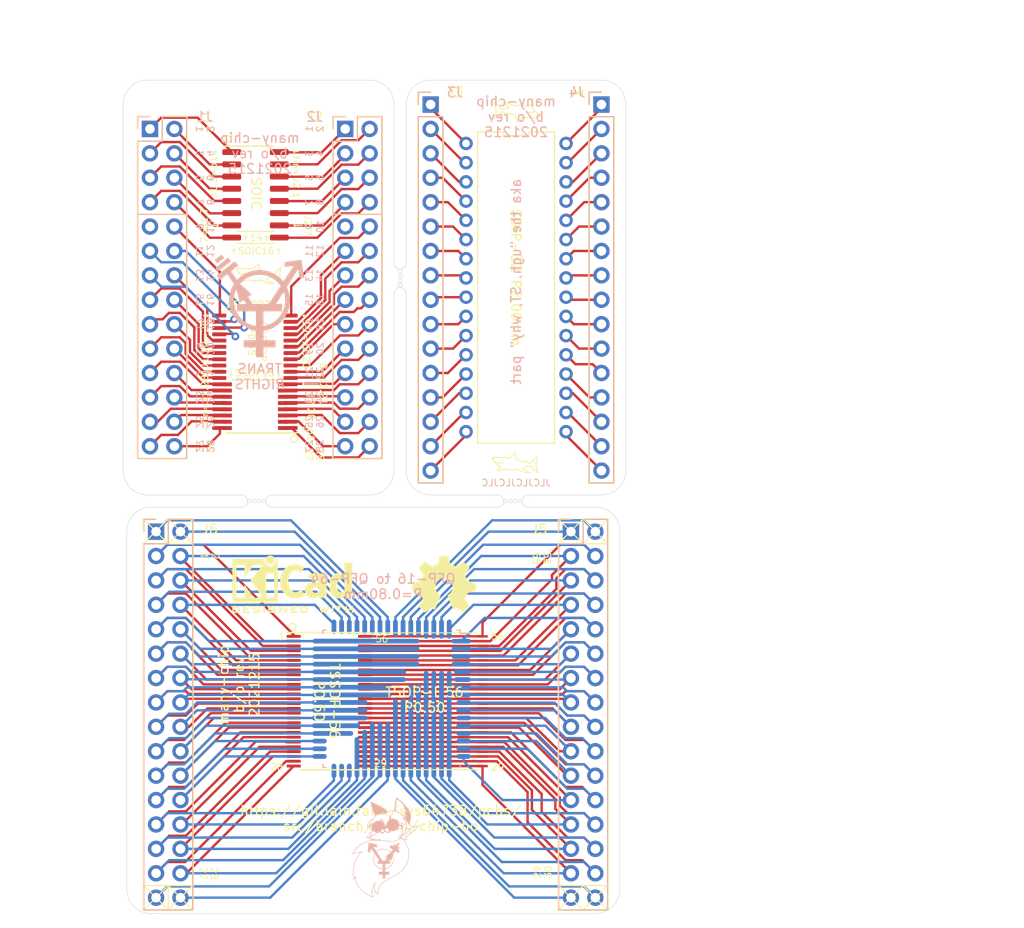
<source format=kicad_pcb>
(kicad_pcb (version 20221018) (generator pcbnew)

  (general
    (thickness 1.6)
  )

  (paper "A4")
  (layers
    (0 "F.Cu" signal)
    (31 "B.Cu" signal)
    (32 "B.Adhes" user "B.Adhesive")
    (33 "F.Adhes" user "F.Adhesive")
    (34 "B.Paste" user)
    (35 "F.Paste" user)
    (36 "B.SilkS" user "B.Silkscreen")
    (37 "F.SilkS" user "F.Silkscreen")
    (38 "B.Mask" user)
    (39 "F.Mask" user)
    (40 "Dwgs.User" user "User.Drawings")
    (41 "Cmts.User" user "User.Comments")
    (42 "Eco1.User" user "User.Eco1")
    (43 "Eco2.User" user "User.Eco2")
    (44 "Edge.Cuts" user)
    (45 "Margin" user)
    (46 "B.CrtYd" user "B.Courtyard")
    (47 "F.CrtYd" user "F.Courtyard")
    (48 "B.Fab" user)
    (49 "F.Fab" user)
  )

  (setup
    (pad_to_mask_clearance 0)
    (pcbplotparams
      (layerselection 0x00010fc_ffffffff)
      (plot_on_all_layers_selection 0x0000000_00000000)
      (disableapertmacros false)
      (usegerberextensions false)
      (usegerberattributes true)
      (usegerberadvancedattributes true)
      (creategerberjobfile true)
      (dashed_line_dash_ratio 12.000000)
      (dashed_line_gap_ratio 3.000000)
      (svgprecision 4)
      (plotframeref false)
      (viasonmask false)
      (mode 1)
      (useauxorigin false)
      (hpglpennumber 1)
      (hpglpenspeed 20)
      (hpglpendiameter 15.000000)
      (dxfpolygonmode true)
      (dxfimperialunits true)
      (dxfusepcbnewfont true)
      (psnegative false)
      (psa4output false)
      (plotreference true)
      (plotvalue true)
      (plotinvisibletext false)
      (sketchpadsonfab false)
      (subtractmaskfromsilk false)
      (outputformat 1)
      (mirror false)
      (drillshape 0)
      (scaleselection 1)
      (outputdirectory "gerber-ssoponly/")
    )
  )

  (net 0 "")
  (net 1 "J115")
  (net 2 "J114")
  (net 3 "J113")
  (net 4 "J112")
  (net 5 "J111")
  (net 6 "J110")
  (net 7 "J109")
  (net 8 "J108")
  (net 9 "J107")
  (net 10 "J106")
  (net 11 "J105")
  (net 12 "J104")
  (net 13 "J103")
  (net 14 "J102")
  (net 15 "J101")
  (net 16 "J100")
  (net 17 "J135")
  (net 18 "J134")
  (net 19 "J133")
  (net 20 "J132")
  (net 21 "J131")
  (net 22 "J130")
  (net 23 "J129")
  (net 24 "J128")
  (net 25 "J127")
  (net 26 "J126")
  (net 27 "J125")
  (net 28 "J124")
  (net 29 "J123")
  (net 30 "J122")
  (net 31 "J121")
  (net 32 "J120")
  (net 33 "J28")
  (net 34 "J27")
  (net 35 "J26")
  (net 36 "J25")
  (net 37 "J24")
  (net 38 "J23")
  (net 39 "J22")
  (net 40 "J21")
  (net 41 "J20")
  (net 42 "J19")
  (net 43 "J18")
  (net 44 "J17")
  (net 45 "J16")
  (net 46 "J15")
  (net 47 "J14")
  (net 48 "J13")
  (net 49 "J12")
  (net 50 "J11")
  (net 51 "J10")
  (net 52 "Net-(J1-Pad9)")
  (net 53 "J8")
  (net 54 "J7")
  (net 55 "J6")
  (net 56 "J5")
  (net 57 "J4")
  (net 58 "J3")
  (net 59 "J2")
  (net 60 "J1")
  (net 61 "J58")
  (net 62 "J57")
  (net 63 "J56")
  (net 64 "J55")
  (net 65 "J54")
  (net 66 "J53")
  (net 67 "J52")
  (net 68 "J51")
  (net 69 "J50")
  (net 70 "J49")
  (net 71 "J48")
  (net 72 "J47")
  (net 73 "J46")
  (net 74 "J45")
  (net 75 "J44")
  (net 76 "J43")
  (net 77 "J42")
  (net 78 "J41")
  (net 79 "J40")
  (net 80 "Net-(J2-Pad9)")
  (net 81 "J38")
  (net 82 "J37")
  (net 83 "J36")
  (net 84 "J35")
  (net 85 "J34")
  (net 86 "J33")
  (net 87 "J32")
  (net 88 "J31")
  (net 89 "J264")
  (net 90 "J214")
  (net 91 "J263")
  (net 92 "J213")
  (net 93 "J262")
  (net 94 "J212")
  (net 95 "J261")
  (net 96 "J211")
  (net 97 "J260")
  (net 98 "J210")
  (net 99 "J259")
  (net 100 "J209")
  (net 101 "J258")
  (net 102 "J208")
  (net 103 "J257")
  (net 104 "J207")
  (net 105 "J256")
  (net 106 "J206")
  (net 107 "J255")
  (net 108 "J205")
  (net 109 "J254")
  (net 110 "J204")
  (net 111 "J253")
  (net 112 "J203")
  (net 113 "J252")
  (net 114 "J202")
  (net 115 "J251")
  (net 116 "J201")
  (net 117 "J284")
  (net 118 "J234")
  (net 119 "J283")
  (net 120 "J233")
  (net 121 "J282")
  (net 122 "J232")
  (net 123 "J281")
  (net 124 "J231")
  (net 125 "J280")
  (net 126 "J230")
  (net 127 "J279")
  (net 128 "J229")
  (net 129 "J278")
  (net 130 "J228")
  (net 131 "J277")
  (net 132 "J227")
  (net 133 "J276")
  (net 134 "J226")
  (net 135 "J275")
  (net 136 "J225")
  (net 137 "J274")
  (net 138 "J224")
  (net 139 "J273")
  (net 140 "J223")
  (net 141 "J272")
  (net 142 "J222")
  (net 143 "J271")
  (net 144 "J221")
  (net 145 "J215")
  (net 146 "J265")
  (net 147 "J200")
  (net 148 "J250")
  (net 149 "J235")
  (net 150 "J285")
  (net 151 "J220")
  (net 152 "J270")

  (footprint "Package_SO:SSOP-16_4.4x5.2mm_P0.65mm" (layer "F.Cu") (at 140.589 84.3534 180))

  (footprint "Package_SO:SOIC-14_3.9x8.7mm_P1.27mm" (layer "F.Cu") (at 140.6525 61.722))

  (footprint "Package_SO:SOIC-16_3.9x9.9mm_P1.27mm" (layer "F.Cu") (at 140.651 62.357))

  (footprint "Package_SO:TSSOP-38_6.1x12.5mm_P0.65mm" (layer "F.Cu") (at 140.589 80.772 180))

  (footprint "chip-bo:STM_SDIP32_2.00mm" (layer "F.Cu") (at 167.767 72.009 -90))

  (footprint "Connector_PinHeader_2.54mm:PinHeader_2x14_P2.54mm_Vertical" (layer "F.Cu") (at 129.667 55.499))

  (footprint "Connector_PinHeader_2.54mm:PinHeader_2x14_P2.54mm_Vertical" (layer "F.Cu") (at 149.987 55.499))

  (footprint "Connector_PinHeader_2.54mm:PinHeader_1x16_P2.54mm_Vertical" (layer "F.Cu") (at 158.877 52.959))

  (footprint "Connector_PinHeader_2.54mm:PinHeader_1x16_P2.54mm_Vertical" (layer "F.Cu") (at 176.657 52.959))

  (footprint "Connector_PinHeader_2.54mm:PinHeader_2x16_P2.54mm_Vertical" (layer "F.Cu") (at 173.482 97.409))

  (footprint "graphics:shork" (layer "F.Cu") (at 167.767 90.424))

  (footprint "graphics:shork" (layer "F.Cu") (at 167.767 53.594 180))

  (footprint "graphics:shork" (layer "F.Cu") (at 141.097 70.739))

  (footprint "graphics:trans" (layer "F.Cu") (at 141.224 73.914))

  (footprint "Package_SO:TSOP-I-56_18.4x14mm_P0.5mm" (layer "F.Cu") (at 154.53 115.062))

  (footprint "Package_SO:TSSOP-56_6.1x14mm_P0.5mm" (layer "F.Cu") (at 148.3401 115.0556))

  (footprint "Symbol:KiCad-Logo2_5mm_SilkScreen" (layer "F.Cu")
    (tstamp 00000000-0000-0000-0000-000061be8777)
    (at 144.526 102.87)
    (descr "KiCad Logo")
    (tags "Logo KiCad")
    (attr exclude_from_pos_files exclude_from_bom)
    (fp_text reference "REF**" (at 0 -5.08) (layer "F.SilkS") hide
        (effects (font (size 1 1) (thickness 0.15)))
      (tstamp a0842149-708f-49d7-86bf-2cdf453026da)
    )
    (fp_text value "KiCad-Logo2_5mm_SilkScreen" (at 0 5.08) (layer "F.Fab") hide
        (effects (font (size 1 1) (thickness 0.15)))
      (tstamp ca3416ab-bdf6-4117-9868-a42d207e767a)
    )
    (fp_poly
      (pts
        (xy 4.188614 2.275877)
        (xy 4.212327 2.290647)
        (xy 4.238978 2.312227)
        (xy 4.238978 2.633773)
        (xy 4.238893 2.72783)
        (xy 4.238529 2.801932)
        (xy 4.237724 2.858704)
        (xy 4.236313 2.900768)
        (xy 4.234133 2.930748)
        (xy 4.231021 2.951267)
        (xy 4.226814 2.964949)
        (xy 4.221348 2.974416)
        (xy 4.217472 2.979082)
        (xy 4.186034 2.999575)
        (xy 4.150233 2.998739)
        (xy 4.118873 2.981264)
        (xy 4.092222 2.959684)
        (xy 4.092222 2.312227)
        (xy 4.118873 2.290647)
        (xy 4.144594 2.274949)
        (xy 4.1656 2.269067)
        (xy 4.188614 2.275877)
      )

      (stroke (width 0.01) (type solid)) (fill solid) (layer "F.SilkS") (tstamp 3c3033aa-7156-4cb0-82b7-2b3577c9feba))
    (fp_poly
      (pts
        (xy -2.923822 2.291645)
        (xy -2.917242 2.299218)
        (xy -2.912079 2.308987)
        (xy -2.908164 2.323571)
        (xy -2.905324 2.345585)
        (xy -2.903387 2.377648)
        (xy -2.902183 2.422375)
        (xy -2.901539 2.482385)
        (xy -2.901284 2.560294)
        (xy -2.901245 2.635956)
        (xy -2.901314 2.729802)
        (xy -2.901638 2.803689)
        (xy -2.902386 2.860232)
        (xy -2.903732 2.902049)
        (xy -2.905846 2.931757)
        (xy -2.9089 2.951973)
        (xy -2.913066 2.965314)
        (xy -2.918516 2.974398)
        (xy -2.923822 2.980267)
        (xy -2.956826 2.999947)
        (xy -2.991991 2.998181)
        (xy -3.023455 2.976717)
        (xy -3.030684 2.968337)
        (xy -3.036334 2.958614)
        (xy -3.040599 2.944861)
        (xy -3.043673 2.924389)
        (xy -3.045752 2.894512)
        (xy -3.04703 2.852541)
        (xy -3.047701 2.795789)
        (xy -3.047959 2.721567)
        (xy -3.048 2.637537)
        (xy -3.048 2.324485)
        (xy -3.020291 2.296776)
        (xy -2.986137 2.273463)
        (xy -2.953006 2.272623)
        (xy -2.923822 2.291645)
      )

      (stroke (width 0.01) (type solid)) (fill solid) (layer "F.SilkS") (tstamp eb5fa648-c7e1-42cf-ae40-df914e95892e))
    (fp_poly
      (pts
        (xy -2.273043 -2.973429)
        (xy -2.176768 -2.949191)
        (xy -2.090184 -2.906359)
        (xy -2.015373 -2.846581)
        (xy -1.954418 -2.771506)
        (xy -1.909399 -2.68278)
        (xy -1.883136 -2.58647)
        (xy -1.877286 -2.489205)
        (xy -1.89214 -2.395346)
        (xy -1.92584 -2.307489)
        (xy -1.976528 -2.22823)
        (xy -2.042345 -2.160164)
        (xy -2.121434 -2.105888)
        (xy -2.211934 -2.067998)
        (xy -2.2632 -2.055574)
        (xy -2.307698 -2.048053)
        (xy -2.341999 -2.045081)
        (xy -2.37496 -2.046906)
        (xy -2.415434 -2.053775)
        (xy -2.448531 -2.06075)
        (xy -2.541947 -2.092259)
        (xy -2.625619 -2.143383)
        (xy -2.697665 -2.212571)
        (xy -2.7562 -2.298272)
        (xy -2.770148 -2.325511)
        (xy -2.786586 -2.361878)
        (xy -2.796894 -2.392418)
        (xy -2.80246 -2.42455)
        (xy -2.804669 -2.465693)
        (xy -2.804948 -2.511778)
        (xy -2.800861 -2.596135)
        (xy -2.787446 -2.665414)
        (xy -2.762256 -2.726039)
        (xy -2.722846 -2.784433)
        (xy -2.684298 -2.828698)
        (xy -2.612406 -2.894516)
        (xy -2.537313 -2.939947)
        (xy -2.454562 -2.96715)
        (xy -2.376928 -2.977424)
        (xy -2.273043 -2.973429)
      )

      (stroke (width 0.01) (type solid)) (fill solid) (layer "F.SilkS") (tstamp 48a4cbcc-7409-4ed9-a18c-7c44fc84c25d))
    (fp_poly
      (pts
        (xy 4.963065 2.269163)
        (xy 5.041772 2.269542)
        (xy 5.102863 2.270333)
        (xy 5.148817 2.27167)
        (xy 5.182114 2.273683)
        (xy 5.205236 2.276506)
        (xy 5.220662 2.280269)
        (xy 5.230871 2.285105)
        (xy 5.235813 2.288822)
        (xy 5.261457 2.321358)
        (xy 5.264559 2.355138)
        (xy 5.248711 2.385826)
        (xy 5.238348 2.398089)
        (xy 5.227196 2.40645)
        (xy 5.211035 2.411657)
        (xy 5.185642 2.414457)
        (xy 5.146798 2.415596)
        (xy 5.09028 2.415821)
        (xy 5.07918 2.415822)
        (xy 4.933244 2.415822)
        (xy 4.933244 2.686756)
        (xy 4.933148 2.772154)
        (xy 4.932711 2.837864)
        (xy 4.931712 2.886774)
        (xy 4.929928 2.921773)
        (xy 4.927137 2.945749)
        (xy 4.923117 2.961593)
        (xy 4.917645 2.972191)
        (xy 4.910666 2.980267)
        (xy 4.877734 3.000112)
        (xy 4.843354 2.998548)
        (xy 4.812176 2.975906)
        (xy 4.809886 2.9731)
        (xy 4.802429 2.962492)
        (xy 4.796747 2.950081)
        (xy 4.792601 2.93285)
        (xy 4.78975 2.907784)
        (xy 4.787954 2.871867)
        (xy 4.786972 2.822083)
        (xy 4.786564 2.755417)
        (xy 4.786489 2.679589)
        (xy 4.786489 2.415822)
        (xy 4.647127 2.415822)
        (xy 4.587322 2.415418)
        (xy 4.545918 2.41384)
        (xy 4.518748 2.410547)
        (xy 4.501646 2.404992)
        (xy 4.490443 2.396631)
        (xy 4.489083 2.395178)
        (xy 4.472725 2.361939)
        (xy 4.474172 2.324362)
        (xy 4.492978 2.291645)
        (xy 4.50025 2.285298)
        (xy 4.509627 2.280266)
        (xy 4.523609 2.276396)
        (xy 4.544696 2.273537)
        (xy 4.575389 2.271535)
        (xy 4.618189 2.270239)
        (xy 4.675595 2.269498)
        (xy 4.75011 2.269158)
        (xy 4.844233 2.269068)
        (xy 4.86426 2.269067)
        (xy 4.963065 2.269163)
      )

      (stroke (width 0.01) (type solid)) (fill solid) (layer "F.SilkS") (tstamp 5cb5334f-642f-465a-9867-71924ec8d7ef))
    (fp_poly
      (pts
        (xy 6.228823 2.274533)
        (xy 6.260202 2.296776)
        (xy 6.287911 2.324485)
        (xy 6.287911 2.63392)
        (xy 6.287838 2.725799)
        (xy 6.287495 2.79784)
        (xy 6.286692 2.85278)
        (xy 6.285241 2.89336)
        (xy 6.282952 2.922317)
        (xy 6.279636 2.942391)
        (xy 6.275105 2.956321)
        (xy 6.269169 2.966845)
        (xy 6.264514 2.9731)
        (xy 6.233783 2.997673)
        (xy 6.198496 3.000341)
        (xy 6.166245 2.985271)
        (xy 6.155588 2.976374)
        (xy 6.148464 2.964557)
        (xy 6.144167 2.945526)
        (xy 6.141991 2.914992)
        (xy 6.141228 2.868662)
        (xy 6.141155 2.832871)
        (xy 6.141155 2.698045)
        (xy 5.644444 2.698045)
        (xy 5.644444 2.8207)
        (xy 5.643931 2.876787)
        (xy 5.641876 2.915333)
        (xy 5.637508 2.941361)
        (xy 5.630056 2.959897)
        (xy 5.621047 2.9731)
        (xy 5.590144 2.997604)
        (xy 5.555196 3.000506)
        (xy 5.521738 2.983089)
        (xy 5.512604 2.973959)
        (xy 5.506152 2.961855)
        (xy 5.501897 2.943001)
        (xy 5.499352 2.91362)
        (xy 5.498029 2.869937)
        (xy 5.497443 2.808175)
        (xy 5.497375 2.794)
        (xy 5.496891 2.677631)
        (xy 5.496641 2.581727)
        (xy 5.496723 2.504177)
        (xy 5.497231 2.442869)
        (xy 5.498262 2.39569)
        (xy 5.499913 2.36053)
        (xy 5.502279 2.335276)
        (xy 5.505457 2.317817)
        (xy 5.509544 2.306041)
        (xy 5.514634 2.297835)
        (xy 5.520266 2.291645)
        (xy 5.552128 2.271844)
        (xy 5.585357 2.274533)
        (xy 5.616735 2.296776)
        (xy 5.629433 2.311126)
        (xy 5.637526 2.326978)
        (xy 5.642042 2.349554)
        (xy 5.644006 2.384078)
        (xy 5.644444 2.435776)
        (xy 5.644444 2.551289)
        (xy 6.141155 2.551289)
        (xy 6.141155 2.432756)
        (xy 6.141662 2.378148)
        (xy 6.143698 2.341275)
        (xy 6.148035 2.317307)
        (xy 6.155447 2.301415)
        (xy 6.163733 2.291645)
        (xy 6.195594 2.271844)
        (xy 6.228823 2.274533)
      )

      (stroke (width 0.01) (type solid)) (fill solid) (layer "F.SilkS") (tstamp 767d86cc-0311-4f57-b7d5-3b8b96ed60a1))
    (fp_poly
      (pts
        (xy 1.018309 2.269275)
        (xy 1.147288 2.273636)
        (xy 1.256991 2.286861)
        (xy 1.349226 2.309741)
        (xy 1.425802 2.34307)
        (xy 1.488527 2.387638)
        (xy 1.539212 2.444236)
        (xy 1.579663 2.513658)
        (xy 1.580459 2.515351)
        (xy 1.604601 2.577483)
        (xy 1.613203 2.632509)
        (xy 1.606231 2.687887)
        (xy 1.583654 2.751073)
        (xy 1.579372 2.760689)
        (xy 1.550172 2.816966)
        (xy 1.517356 2.860451)
        (xy 1.475002 2.897417)
        (xy 1.41719 2.934135)
        (xy 1.413831 2.936052)
        (xy 1.363504 2.960227)
        (xy 1.306621 2.978282)
        (xy 1.239527 2.990839)
        (xy 1.158565 2.998522)
        (xy 1.060082 3.001953)
        (xy 1.025286 3.002251)
        (xy 0.859594 3.002845)
        (xy 0.836197 2.9731)
        (xy 0.829257 2.963319)
        (xy 0.823842 2.951897)
        (xy 0.819765 2.936095)
        (xy 0.816837 2.913175)
        (xy 0.814867 2.880396)
        (xy 0.814225 2.856089)
        (xy 0.970844 2.856089)
        (xy 1.064726 2.856089)
        (xy 1.119664 2.854483)
        (xy 1.17606 2.850255)
        (xy 1.222345 2.844292)
        (xy 1.225139 2.84379)
        (xy 1.307348 2.821736)
        (xy 1.371114 2.7886)
        (xy 1.418452 2.742847)
        (xy 1.451382 2.682939)
        (xy 1.457108 2.667061)
        (xy 1.462721 2.642333)
        (xy 1.460291 2.617902)
        (xy 1.448467 2.5854)
        (xy 1.44134 2.569434)
        (xy 1.418 2.527006)
        (xy 1.38988 2.49724)
        (xy 1.35894 2.476511)
        (xy 1.296966 2.449537)
        (xy 1.217651 2.429998)
        (xy 1.125253 2.418746)
        (xy 1.058333 2.41627)
        (xy 0.970844 2.415822)
        (xy 0.970844 2.856089)
        (xy 0.814225 2.856089)
        (xy 0.813668 2.835021)
        (xy 0.81305 2.774311)
        (xy 0.812825 2.695526)
        (xy 0.8128 2.63392)
        (xy 0.8128 2.324485)
        (xy 0.840509 2.296776)
        (xy 0.852806 2.285544)
        (xy 0.866103 2.277853)
        (xy 0.884672 2.27304)
        (xy 0.912786 2.270446)
        (xy 0.954717 2.26941)
        (xy 1.014737 2.26927)
        (xy 1.018309 2.269275)
      )

      (stroke (width 0.01) (type solid)) (fill solid) (layer "F.SilkS") (tstamp 25c1fbf3-40b3-465a-92be-a0e56ff51ec4))
    (fp_poly
      (pts
        (xy -6.121371 2.269066)
        (xy -6.081889 2.269467)
        (xy -5.9662 2.272259)
        (xy -5.869311 2.28055)
        (xy -5.787919 2.295232)
        (xy -5.718723 2.317193)
        (xy -5.65842 2.347322)
        (xy -5.603708 2.38651)
        (xy -5.584167 2.403532)
        (xy -5.55175 2.443363)
        (xy -5.52252 2.497413)
        (xy -5.499991 2.557323)
        (xy -5.487679 2.614739)
        (xy -5.4864 2.635956)
        (xy -5.494417 2.694769)
        (xy -5.515899 2.759013)
        (xy -5.546999 2.819821)
        (xy -5.583866 2.86833)
        (xy -5.589854 2.874182)
        (xy -5.640579 2.915321)
        (xy -5.696125 2.947435)
        (xy -5.759696 2.971365)
        (xy -5.834494 2.987953)
        (xy -5.923722 2.998041)
        (xy -6.030582 3.002469)
        (xy -6.079528 3.002845)
        (xy -6.141762 3.002545)
        (xy -6.185528 3.001292)
        (xy -6.214931 2.998554)
        (xy -6.234079 2.993801)
        (xy -6.247077 2.986501)
        (xy -6.254045 2.980267)
        (xy -6.260626 2.972694)
        (xy -6.265788 2.962924)
        (xy -6.269703 2.94834)
        (xy -6.272543 2.926326)
        (xy -6.27448 2.894264)
        (xy -6.275684 2.849536)
        (xy -6.276328 2.789526)
        (xy -6.276583 2.711617)
        (xy -6.276622 2.635956)
        (xy -6.27687 2.535041)
        (xy -6.276817 2.454427)
        (xy -6.275857 2.415822)
        (xy -6.129867 2.415822)
        (xy -6.129867 2.856089)
        (xy -6.036734 2.856004)
        (xy -5.980693 2.854396)
        (xy -5.921999 2.850256)
        (xy -5.873028 2.844464)
        (xy -5.871538 2.844226)
        (xy -5.792392 2.82509)
        (xy -5.731002 2.795287)
        (xy -5.684305 2.752878)
        (xy -5.654635 2.706961)
        (xy -5.636353 2.656026)
        (xy -5.637771 2.6082)
        (xy -5.658988 2.556933)
        (xy -5.700489 2.503899)
        (xy -5.757998 2.4646)
        (xy -5.83275 2.438331)
        (xy -5.882708 2.429035)
        (xy -5.939416 2.422507)
        (xy -5.999519 2.417782)
        (xy -6.050639 2.415817)
        (xy -6.053667 2.415808)
        (xy -6.129867 2.415822)
        (xy -6.275857 2.415822)
        (xy -6.27526 2.391851)
        (xy -6.270998 2.345055)
        (xy -6.26283 2.311778)
        (xy -6.249556 2.289759)
        (xy -6.229974 2.276739)
        (xy -6.202883 2.270457)
        (xy -6.167082 2.268653)
        (xy -6.121371 2.269066)
      )

      (stroke (width 0.01) (type solid)) (fill solid) (layer "F.SilkS") (tstamp 93a33543-2670-466a-b497-b40c5a7279e4))
    (fp_poly
      (pts
        (xy -1.300114 2.273448)
        (xy -1.276548 2.287273)
        (xy -1.245735 2.309881)
        (xy -1.206078 2.342338)
        (xy -1.15598 2.385708)
        (xy -1.093843 2.441058)
        (xy -1.018072 2.509451)
        (xy -0.931334 2.588084)
        (xy -0.750711 2.751878)
        (xy -0.745067 2.532029)
        (xy -0.743029 2.456351)
        (xy -0.741063 2.399994)
        (xy -0.738734 2.359706)
        (xy -0.735606 2.332235)
        (xy -0.731245 2.314329)
        (xy -0.725216 2.302737)
        (xy -0.717084 2.294208)
        (xy -0.712772 2.290623)
        (xy -0.678241 2.27167)
        (xy -0.645383 2.274441)
        (xy -0.619318 2.290633)
        (xy -0.592667 2.312199)
        (xy -0.589352 2.627151)
        (xy -0.588435 2.719779)
        (xy -0.587968 2.792544)
        (xy -0.588113 2.848161)
        (xy -0.589032 2.889342)
        (xy -0.590887 2.918803)
        (xy -0.593839 2.939255)
        (xy -0.59805 2.953413)
        (xy -0.603682 2.963991)
        (xy -0.609927 2.972474)
        (xy -0.623439 2.988207)
        (xy -0.636883 2.998636)
        (xy -0.652124 3.002639)
        (xy -0.671026 2.999094)
        (xy -0.695455 2.986879)
        (xy -0.727273 2.964871)
        (xy -0.768348 2.931949)
        (xy -0.820542 2.886991)
        (xy -0.885722 2.828875)
        (xy -0.959556 2.762099)
        (xy -1.224845 2.521458)
        (xy -1.230489 2.740589)
        (xy -1.232531 2.816128)
        (xy -1.234502 2.872354)
        (xy -1.236839 2.912524)
        (xy -1.239981 2.939896)
        (xy -1.244364 2.957728)
        (xy -1.250424 2.969279)
        (xy -1.2586 2.977807)
        (xy -1.262784 2.981282)
        (xy -1.299765 3.000372)
        (xy -1.334708 2.997493)
        (xy -1.365136 2.9731)
        (xy -1.372097 2.963286)
        (xy -1.377523 2.951826)
        (xy -1.381603 2.935968)
        (xy -1.384529 2.912963)
        (xy -1.386492 2.880062)
        (xy -1.387683 2.834516)
        (xy -1.388292 2.773573)
        (xy -1.388511 2.694486)
        (xy -1.388534 2.635956)
        (xy -1.38846 2.544407)
        (xy -1.388113 2.472687)
        (xy -1.387301 2.418045)
        (xy -1.385833 2.377732)
        (xy -1.383519 2.348998)
        (xy -1.380167 2.329093)
        (xy -1.375588 2.315268)
        (xy -1.369589 2.304772)
        (xy -1.365136 2.298811)
        (xy -1.35385 2.284691)
        (xy -1.343301 2.274029)
        (xy -1.331893 2.267892)
        (xy -1.31803 2.267343)
        (xy -1.300114 2.273448)
      )

      (stroke (width 0.01) (type solid)) (fill solid) (layer "F.SilkS") (tstamp 53ab03dc-a581-420b-bc29-fb4bc5b39bc0))
    (fp_poly
      (pts
        (xy -1.950081 2.274599)
        (xy -1.881565 2.286095)
        (xy -1.828943 2.303967)
        (xy -1.794708 2.327499)
        (xy -1.785379 2.340924)
        (xy -1.775893 2.372148)
        (xy -1.782277 2.400395)
        (xy -1.80243 2.427182)
        (xy -1.833745 2.439713)
        (xy -1.879183 2.438696)
        (xy -1.914326 2.431906)
        (xy -1.992419 2.418971)
        (xy -2.072226 2.417742)
        (xy -2.161555 2.428241)
        (xy -2.186229 2.43269)
        (xy -2.269291 2.456108)
        (xy -2.334273 2.490945)
        (xy -2.380461 2.536604)
        (xy -2.407145 2.592494)
        (xy -2.412663 2.621388)
        (xy -2.409051 2.680012)
        (xy -2.385729 2.731879)
        (xy -2.344824 2.775978)
        (xy -2.288459 2.811299)
        (xy -2.21876 2.836829)
        (xy -2.137852 2.851559)
        (xy -2.04786 2.854478)
        (xy -1.95091 2.844575)
        (xy -1.945436 2.843641)
        (xy -1.906875 2.836459)
        (xy -1.885494 2.829521)
        (xy -1.876227 2.819227)
        (xy -1.874006 2.801976)
        (xy -1.873956 2.792841)
        (xy -1.873956 2.754489)
        (xy -1.942431 2.754489)
        (xy -2.0029 2.750347)
        (xy -2.044165 2.737147)
        (xy -2.068175 2.71373)
        (xy -2.076877 2.678936)
        (xy -2.076983 2.674394)
        (xy -2.071892 2.644654)
        (xy -2.054433 2.623419)
        (xy -2.021939 2.609366)
        (xy -1.971743 2.601173)
        (xy -1.923123 2.598161)
        (xy -1.852456 2.596433)
        (xy -1.801198 2.59907)
        (xy -1.766239 2.6088)
        (xy -1.74447 2.628353)
        (xy -1.73278 2.660456)
        (xy -1.72806 2.707838)
        (xy -1.7272 2.770071)
        (xy -1.728609 2.839535)
        (xy -1.732848 2.886786)
        (xy -1.739936 2.912012)
        (xy -1.741311 2.913988)
        (xy -1.780228 2.945508)
        (xy -1.837286 2.97047)
        (xy -1.908869 2.98834)
        (xy -1.991358 2.998586)
        (xy -2.081139 3.000673)
        (xy -2.174592 2.994068)
        (xy -2.229556 2.985956)
        (xy -2.315766 2.961554)
        (xy -2.395892 2.921662)
        (xy -2.462977 2.869887)
        (xy -2.473173 2.859539)
        (xy -2.506302 2.816035)
        (xy -2.536194 2.762118)
        (xy -2.559357 2.705592)
        (xy -2.572298 2.654259)
        (xy -2.573858 2.634544)
        (xy -2.567218 2.593419)
        (xy -2.549568 2.542252)
        (xy -2.524297 2.488394)
        (xy -2.494789 2.439195)
        (xy -2.468719 2.406334)
        (xy -2.407765 2.357452)
        (xy -2.328969 2.318545)
        (xy -2.235157 2.290494)
        (xy -2.12915 2.274179)
        (xy -2.032 2.270192)
        (xy -1.950081 2.274599)
      )

      (stroke (width 0.01) (type solid)) (fill solid) (layer "F.SilkS") (tstamp fab79585-2075-418c-ae7c-15c8cc46b734))
    (fp_poly
      (pts
        (xy 0.230343 2.26926)
        (xy 0.306701 2.270174)
        (xy 0.365217 2.272311)
        (xy 0.408255 2.276175)
        (xy 0.438183 2.282267)
        (xy 0.457368 2.29109)
        (xy 0.468176 2.303146)
        (xy 0.472973 2.318939)
        (xy 0.474127 2.33897)
        (xy 0.474133 2.341335)
        (xy 0.473131 2.363992)
        (xy 0.468396 2.381503)
        (xy 0.457333 2.394574)
        (xy 0.437348 2.403913)
        (xy 0.405846 2.410227)
        (xy 0.360232 2.414222)
        (xy 0.297913 2.416606)
        (xy 0.216293 2.418086)
        (xy 0.191277 2.418414)
        (xy -0.0508 2.421467)
        (xy -0.054186 2.486378)
        (xy -0.057571 2.551289)
        (xy 0.110576 2.551289)
        (xy 0.176266 2.551531)
        (xy 0.223172 2.552556)
        (xy 0.255083 2.554811)
        (xy 0.275791 2.558742)
        (xy 0.289084 2.564798)
        (xy 0.298755 2.573424)
        (xy 0.298817 2.573493)
        (xy 0.316356 2.607112)
        (xy 0.315722 2.643448)
        (xy 0.297314 2.674423)
        (xy 0.293671 2.677607)
        (xy 0.280741 2.685812)
        (xy 0.263024 2.691521)
        (xy 0.23657 2.695162)
        (xy 0.197432 2.697167)
        (xy 0.141662 2.697964)
        (xy 0.105994 2.698045)
        (xy -0.056445 2.698045)
        (xy -0.056445 2.856089)
        (xy 0.190161 2.856089)
        (xy 0.27158 2.856231)
        (xy 0.33341 2.856814)
        (xy 0.378637 2.858068)
        (xy 0.410248 2.860227)
        (xy 0.431231 2.863523)
        (xy 0.444573 2.868189)
        (xy 0.453261 2.874457)
        (xy 0.45545 2.876733)
        (xy 0.471614 2.90828)
        (xy 0.472797 2.944168)
        (xy 0.459536 2.975285)
        (xy 0.449043 2.985271)
        (xy 0.438129 2.990769)
        (xy 0.421217 2.995022)
        (xy 0.395633 2.99818)
        (xy 0.358701 3.000392)
        (xy 0.307746 3.001806)
        (xy 0.240094 3.002572)
        (xy 0.153069 3.002838)
        (xy 0.133394 3.002845)
        (xy 0.044911 3.002787)
        (xy -0.023773 3.002467)
        (xy -0.075436 3.001667)
        (xy -0.112855 3.000167)
        (xy -0.13881 2.997749)
        (xy -0.156078 2.994194)
        (xy -0.167438 2.989282)
        (xy -0.175668 2.982795)
        (xy -0.180183 2.978138)
        (xy -0.186979 2.969889)
        (xy -0.192288 2.959669)
        (xy -0.196294 2.9448)
        (xy -0.199179 2.922602)
        (xy -0.201126 2.890393)
        (xy -0.202319 2.845496)
        (xy -0.202939 2.785228)
        (xy -0.203171 2.706911)
        (xy -0.2032 2.640994)
        (xy -0.203129 2.548628)
        (xy -0.202792 2.476117)
        (xy -0.202002 2.420737)
        (xy -0.200574 2.379765)
        (xy -0.198321 2.350478)
        (xy -0.195057 2.330153)
        (xy -0.190596 2.316066)
        (xy -0.184752 2.305495)
        (xy -0.179803 2.298811)
        (xy -0.156406 2.269067)
        (xy 0.133774 2.269067)
        (xy 0.230343 2.26926)
      )

      (stroke (width 0.01) (type solid)) (fill solid) (layer "F.SilkS") (tstamp 4419160e-3b0a-4e38-9d9e-7e9259eebfb0))
    (fp_poly
      (pts
        (xy -4.712794 2.269146)
        (xy -4.643386 2.269518)
        (xy -4.590997 2.270385)
        (xy -4.552847 2.271946)
        (xy -4.526159 2.274403)
        (xy -4.508153 2.277957)
        (xy -4.496049 2.28281)
        (xy -4.487069 2.289161)
        (xy -4.483818 2.292084)
        (xy -4.464043 2.323142)
        (xy -4.460482 2.358828)
        (xy -4.473491 2.39051)
        (xy -4.479506 2.396913)
        (xy -4.489235 2.403121)
        (xy -4.504901 2.40791)
        (xy -4.529408 2.411514)
        (xy -4.565661 2.414164)
        (xy -4.616565 2.416095)
        (xy -4.685026 2.417539)
        (xy -4.747617 2.418418)
        (xy -4.995334 2.421467)
        (xy -4.998719 2.486378)
        (xy -5.002105 2.551289)
        (xy -4.833958 2.551289)
        (xy -4.760959 2.551919)
        (xy -4.707517 2.554553)
        (xy -4.670628 2.560309)
        (xy -4.647288 2.570304)
        (xy -4.634494 2.585656)
        (xy -4.629242 2.607482)
        (xy -4.628445 2.627738)
        (xy -4.630923 2.652592)
        (xy -4.640277 2.670906)
        (xy -4.659383 2.683637)
        (xy -4.691118 2.691741)
        (xy -4.738359 2.696176)
        (xy -4.803983 2.697899)
        (xy -4.839801 2.698045)
        (xy -5.000978 2.698045)
        (xy -5.000978 2.856089)
        (xy -4.752622 2.856089)
        (xy -4.671213 2.856202)
        (xy -4.609342 2.856712)
        (xy -4.563968 2.85787)
        (xy -4.532054 2.85993)
        (xy -4.510559 2.863146)
        (xy -4.496443 2.867772)
        (xy -4.486668 2.874059)
        (xy -4.481689 2.878667)
        (xy -4.46461 2.90556)
        (xy -4.459111 2.929467)
        (xy -4.466963 2.958667)
        (xy -4.481689 2.980267)
        (xy -4.489546 2.987066)
        (xy -4.499688 2.992346)
        (xy -4.514844 2.996298)
        (xy -4.537741 2.999113)
        (xy -4.571109 3.000982)
        (xy -4.617675 3.002098)
        (xy -4.680167 3.002651)
        (xy -4.761314 3.002833)
        (xy -4.803422 3.002845)
        (xy -4.893598 3.002765)
        (xy -4.963924 3.002398)
        (xy -5.017129 3.001552)
        (xy -5.05594 3.000036)
        (xy -5.083087 2.997659)
        (xy -5.101298 2.994229)
        (xy -5.1133 2.989554)
        (xy -5.121822 2.983444)
        (xy -5.125156 2.980267)
        (xy -5.131755 2.97267)
        (xy -5.136927 2.96287)
        (xy -5.140846 2.948239)
        (xy -5.143684 2.926152)
        (xy -5.145615 2.893982)
        (xy -5.146812 2.849103)
        (xy -5.147448 2.788889)
        (xy -5.147697 2.710713)
        (xy -5.147734 2.637923)
        (xy -5.1477 2.544707)
        (xy -5.147465 2.471431)
        (xy -5.14683 2.415458)
        (xy -5.145594 2.374151)
        (xy -5.143556 2.344872)
        (xy -5.140517 2.324984)
        (xy -5.136277 2.31185)
        (xy -5.130635 2.302832)
        (xy -5.123391 2.295293)
        (xy -5.121606 2.293612)
        (xy -5.112945 2.286172)
        (xy -5.102882 2.280409)
        (xy -5.088625 2.276112)
        (xy -5.067383 2.273064)
        (xy -5.036364 2.271051)
        (xy -4.992777 2.26986)
        (xy -4.933831 2.269275)
        (xy -4.856734 2.269083)
        (xy -4.802001 2.269067)
        (xy -4.712794 2.269146)
      )

      (stroke (width 0.01) (type solid)) (fill solid) (layer "F.SilkS") (tstamp 98dee016-387b-4346-a370-04b6eb3ec6c8))
    (fp_poly
      (pts
        (xy 3.744665 2.271034)
        (xy 3.764255 2.278035)
        (xy 3.76501 2.278377)
        (xy 3.791613 2.298678)
        (xy 3.80627 2.319561)
        (xy 3.809138 2.329352)
        (xy 3.808996 2.342361)
        (xy 3.804961 2.360895)
        (xy 3.796146 2.387257)
        (xy 3.781669 2.423752)
        (xy 3.760645 2.472687)
        (xy 3.732188 2.536365)
        (xy 3.695415 2.617093)
        (xy 3.675175 2.661216)
        (xy 3.638625 2.739985)
        (xy 3.604315 2.812423)
        (xy 3.573552 2.87588)
        (xy 3.547648 2.927708)
        (xy 3.52791 2.965259)
        (xy 3.51565 2.985884)
        (xy 3.513224 2.988733)
        (xy 3.482183 3.001302)
        (xy 3.447121 2.999619)
        (xy 3.419 2.984332)
        (xy 3.417854 2.983089)
        (xy 3.406668 2.966154)
        (xy 3.387904 2.93317)
        (xy 3.363875 2.88838)
        (xy 3.336897 2.836032)
        (xy 3.327201 2.816742)
        (xy 3.254014 2.67015)
        (xy 3.17424 2.829393)
        (xy 3.145767 2.884415)
        (xy 3.11935 2.932132)
        (xy 3.097148 2.968893)
        (xy 3.081319 2.991044)
        (xy 3.075954 2.995741)
        (xy 3.034257 3.002102)
        (xy 2.999849 2.988733)
        (xy 2.989728 2.974446)
        (xy 2.972214 2.942692)
        (xy 2.948735 2.896597)
        (xy 2.92072 2.839285)
        (xy 2.889599 2.77388)
        (xy 2.856799 2.703507)
        (xy 2.82375 2.631291)
        (xy 2.791881 2.560355)
        (xy 2.762619 2.493825)
        (xy 2.737395 2.434826)
        (xy 2.717636 2.386481)
        (xy 2.704772 2.351915)
        (xy 2.700231 2.334253)
        (xy 2.700277 2.333613)
        (xy 2.711326 2.311388)
        (xy 2.73341 2.288753)
        (xy 2.73471 2.287768)
        (xy 2.761853 2.272425)
        (xy 2.786958 2.272574)
        (xy 2.796368 2.275466)
        (xy 2.807834 2.281718)
        (xy 2.82001 2.294014)
        (xy 2.834357 2.314908)
        (xy 2.852336 2.346949)
        (xy 2.875407 2.392688)
        (xy 2.90503 2.454677)
        (xy 2.931745 2.511898)
        (xy 2.96248 2.578226)
        (xy 2.990021 2.637874)
        (xy 3.012938 2.687725)
        (xy 3.029798 2.724664)
        (xy 3.039173 2.745573)
        (xy 3.04054 2.748845)
        (xy 3.046689 2.743497)
        (xy 3.060822 2.721109)
        (xy 3.081057 2.684946)
        (xy 3.105515 2.638277)
        (xy 3.115248 2.619022)
        (xy 3.148217 2.554004)
        (xy 3.173643 2.506654)
        (xy 3.193612 2.474219)
        (xy 3.21021 2.453946)
        (xy 3.225524 2.443082)
        (xy 3.24164 2.438875)
        (xy 3.252143 2.4384)
        (xy 3.27067 2.440042)
        (xy 3.286904 2.446831)
        (xy 3.303035 2.461566)
        (xy 3.321251 2.487044)
        (xy 3.343739 2.526061)
        (xy 3.372689 2.581414)
        (xy 3.388662 2.612903)
        (xy 3.41457 2.663087)
        (xy 3.437167 2.704704)
        (xy 3.454458 2.734242)
        (xy 3.46445 2.748189)
        (xy 3.465809 2.74877)
        (xy 3.472261 2.737793)
        (xy 3.486708 2.70929)
        (xy 3.507703 2.666244)
        (xy 3.533797 2.611638)
        (xy 3.563546 2.548454)
        (xy 3.57818 2.517071)
        (xy 3.61625 2.436078)
        (xy 3.646905 2.373756)
        (xy 3.671737 2.328071)
        (xy 3.692337 2.296989)
        (xy 3.710298 2.278478)
        (xy 3.72721 2.270504)
        (xy 3.744665 2.271034)
      )

      (stroke (width 0.01) (type solid)) (fill solid) (layer "F.SilkS") (tstamp 48ccf043-4b94-424a-ad30-da9b90d5a9c9))
    (fp_poly
      (pts
        (xy -3.691703 2.270351)
        (xy -3.616888 2.275581)
        (xy -3.547306 2.28375)
        (xy -3.487002 2.29455)
        (xy -3.44002 2.307673)
        (xy -3.410406 2.322813)
        (xy -3.40586 2.327269)
        (xy -3.390054 2.36185)
        (xy -3.394847 2.397351)
        (xy -3.419364 2.427725)
        (xy -3.420534 2.428596)
        (xy -3.434954 2.437954)
        (xy -3.450008 2.442876)
        (xy -3.471005 2.443473)
        (xy -3.503257 2.439861)
        (xy -3.552073 2.432154)
        (xy -3.556 2.431505)
        (xy -3.628739 2.422569)
        (xy -3.707217 2.418161)
        (xy -3.785927 2.418119)
        (xy -3.859361 2.422279)
        (xy -3.922011 2.430479)
        (xy -3.96837 2.442557)
        (xy -3.971416 2.443771)
        (xy -4.005048 2.462615)
        (xy -4.016864 2.481685)
        (xy -4.007614 2.500439)
        (xy -3.978047 2.518337)
        (xy -3.928911 2.534837)
        (xy -3.860957 2.549396)
        (xy -3.815645 2.556406)
        (xy -3.721456 2.569889)
        (xy -3.646544 2.582214)
        (xy -3.587717 2.594449)
        (xy -3.541785 2.607661)
        (xy -3.505555 2.622917)
        (xy -3.475838 2.641285)
        (xy -3.449442 2.663831)
        (xy -3.42823 2.685971)
        (xy -3.403065 2.716819)
        (xy -3.390681 2.743345)
        (xy -3.386808 2.776026)
        (xy -3.386667 2.787995)
        (xy -3.389576 2.827712)
        (xy -3.401202 2.857259)
        (xy -3.421323 2.883486)
        (xy -3.462216 2.923576)
        (xy -3.507817 2.954149)
        (xy -3.561513 2.976203)
        (xy -3.626692 2.990735)
        (xy -3.706744 2.998741)
        (xy -3.805057 3.001218)
        (xy -3.821289 3.001177)
        (xy -3.886849 2.999818)
        (xy -3.951866 2.99673)
        (xy -4.009252 2.992356)
        (xy -4.051922 2.98714)
        (xy -4.055372 2.986541)
        (xy -4.097796 2.976491)
        (xy -4.13378 2.963796)
        (xy -4.15415 2.95219)
        (xy -4.173107 2.921572)
        (xy -4.174427 2.885918)
        (xy -4.158085 2.854144)
        (xy -4.154429 2.850551)
        (xy -4.139315 2.839876)
        (xy -4.120415 2.835276)
        (xy -4.091162 2.836059)
        (xy -4.055651 2.840127)
        (xy -4.01597 2.843762)
        (xy -3.960345 2.846828)
        (xy -3.895406 2.849053)
        (xy -3.827785 2.850164)
        (xy -3.81 2.850237)
        (xy -3.742128 2.849964)
        (xy -3.692454 2.848646)
        (xy -3.65661 2.845827)
        (xy -3.630224 2.84105)
        (xy -3.608926 2.833857)
        (xy -3.596126 2.827867)
        (xy -3.568 2.811233)
        (xy -3.550068 2.796168)
        (xy -3.547447 2.791897)
        (xy -3.552976 2.774263)
        (xy -3.57926 2.757192)
        (xy -3.624478 2.741458)
        (xy -3.686808 2.727838)
        (xy -3.705171 2.724804)
        (xy -3.80109 2.709738)
        (xy -3.877641 2.697146)
        (xy -3.93778 2.686111)
        (xy -3.98446 2.67572)
        (xy -4.020637 2.665056)
        (xy -4.049265 2.653205)
        (xy -4.073298 2.639251)
        (xy -4.095692 2.622281)
        (xy -4.119402 2.601378)
        (xy -4.12738 2.594049)
        (xy -4.155353 2.566699)
        (xy -4.17016 2.545029)
        (xy -4.175952 2.520232)
        (xy -4.176889 2.488983)
        (xy -4.166575 2.427705)
        (xy -4.135752 2.37564)
        (xy -4.084595 2.332958)
        (xy -4.013283 2.299825)
        (xy -3.9624 2.284964)
        (xy -3.9071 2.275366)
        (xy -3.840853 2.269936)
        (xy -3.767706 2.268367)
        (xy -3.691703 2.27
... [348137 chars truncated]
</source>
